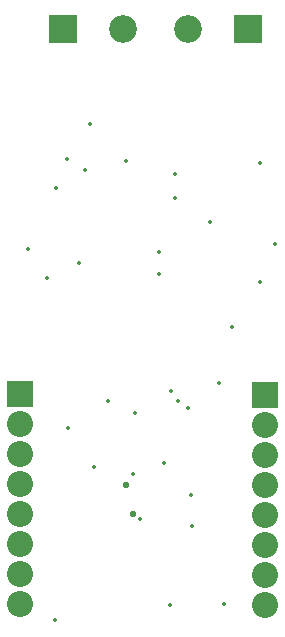
<source format=gbs>
G04*
G04 #@! TF.GenerationSoftware,Altium Limited,Altium Designer,18.1.5 (160)*
G04*
G04 Layer_Color=10275833*
%FSLAX25Y25*%
%MOIN*%
G70*
G01*
G75*
%ADD45R,0.09252X0.09252*%
%ADD46C,0.09252*%
%ADD47C,0.08674*%
%ADD48R,0.08674X0.08674*%
%ADD49C,0.01400*%
%ADD50C,0.02159*%
D45*
X23012Y-19980D02*
D03*
X84941Y-19882D02*
D03*
D46*
X43012Y-19980D02*
D03*
X64941Y-19882D02*
D03*
D47*
X90453Y-211811D02*
D03*
Y-201811D02*
D03*
Y-191811D02*
D03*
Y-181811D02*
D03*
Y-171811D02*
D03*
Y-161811D02*
D03*
Y-151811D02*
D03*
X8744Y-211606D02*
D03*
Y-201606D02*
D03*
Y-191606D02*
D03*
Y-181606D02*
D03*
Y-171606D02*
D03*
Y-161606D02*
D03*
Y-151606D02*
D03*
D48*
X90453Y-141811D02*
D03*
X8744Y-141606D02*
D03*
D49*
X11516Y-93012D02*
D03*
X66142Y-185630D02*
D03*
X65650Y-175000D02*
D03*
X79429Y-119095D02*
D03*
X60433Y-75984D02*
D03*
X30610Y-66732D02*
D03*
X24606Y-63189D02*
D03*
X60335Y-68110D02*
D03*
X88705Y-64535D02*
D03*
X88740Y-104012D02*
D03*
X20579Y-216724D02*
D03*
X76953Y-211488D02*
D03*
X17717Y-102756D02*
D03*
X46555Y-168277D02*
D03*
X33465Y-165748D02*
D03*
X64941Y-146161D02*
D03*
X32185Y-51378D02*
D03*
X28543Y-97933D02*
D03*
X48917Y-183169D02*
D03*
X55020Y-101378D02*
D03*
X38189Y-143799D02*
D03*
X72146Y-84153D02*
D03*
X58760Y-211713D02*
D03*
X44291Y-63779D02*
D03*
X20669Y-72736D02*
D03*
X93898Y-91535D02*
D03*
X75000Y-137795D02*
D03*
X59106Y-140504D02*
D03*
X47244Y-147835D02*
D03*
X55216Y-94193D02*
D03*
X24803Y-152657D02*
D03*
X56705Y-164606D02*
D03*
X61417Y-143799D02*
D03*
D50*
X46358Y-181595D02*
D03*
X44193Y-171949D02*
D03*
M02*

</source>
